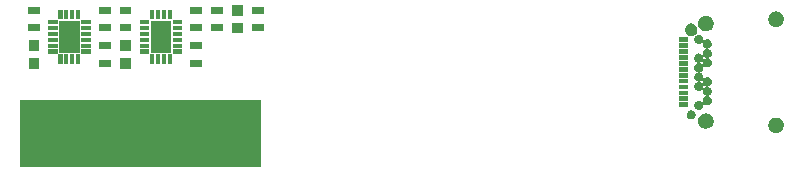
<source format=gts>
G04 #@! TF.FileFunction,Soldermask,Top*
%FSLAX46Y46*%
G04 Gerber Fmt 4.6, Leading zero omitted, Abs format (unit mm)*
G04 Created by KiCad (PCBNEW 4.0.7) date Wednesday, December 20, 2017 'AMt' 12:52:48 AM*
%MOMM*%
%LPD*%
G01*
G04 APERTURE LIST*
%ADD10C,0.100000*%
G04 APERTURE END LIST*
D10*
G36*
X20451000Y-51000D02*
X49000Y-51000D01*
X49000Y5651000D01*
X20451000Y5651000D01*
X20451000Y-51000D01*
X20451000Y-51000D01*
G37*
G36*
X64158627Y4162966D02*
X64284152Y4137200D01*
X64402278Y4087545D01*
X64508512Y4015889D01*
X64598799Y3924969D01*
X64669711Y3818238D01*
X64718540Y3699769D01*
X64743377Y3574333D01*
X64743377Y3574327D01*
X64743428Y3574069D01*
X64741385Y3427711D01*
X64741326Y3427452D01*
X64741326Y3427446D01*
X64712998Y3302759D01*
X64660878Y3185695D01*
X64587015Y3080988D01*
X64494223Y2992623D01*
X64386028Y2923960D01*
X64266561Y2877622D01*
X64140374Y2855372D01*
X64012258Y2858056D01*
X63887110Y2885572D01*
X63769688Y2936872D01*
X63664470Y3010000D01*
X63575457Y3102176D01*
X63506040Y3209889D01*
X63458870Y3329028D01*
X63435739Y3455059D01*
X63437528Y3583184D01*
X63464170Y3708525D01*
X63514651Y3826303D01*
X63587044Y3932032D01*
X63678596Y4021686D01*
X63785813Y4091847D01*
X63904627Y4139851D01*
X64030494Y4163862D01*
X64158627Y4162966D01*
X64158627Y4162966D01*
G37*
G36*
X58208627Y4522966D02*
X58334152Y4497200D01*
X58452278Y4447545D01*
X58558512Y4375889D01*
X58648799Y4284969D01*
X58719711Y4178238D01*
X58768540Y4059769D01*
X58793377Y3934333D01*
X58793377Y3934327D01*
X58793428Y3934069D01*
X58791385Y3787711D01*
X58791326Y3787452D01*
X58791326Y3787446D01*
X58762998Y3662759D01*
X58710878Y3545695D01*
X58637015Y3440988D01*
X58544223Y3352623D01*
X58436028Y3283960D01*
X58316561Y3237622D01*
X58190374Y3215372D01*
X58062258Y3218056D01*
X57937110Y3245572D01*
X57819688Y3296872D01*
X57714470Y3370000D01*
X57625457Y3462176D01*
X57556040Y3569889D01*
X57508870Y3689028D01*
X57485739Y3815059D01*
X57487528Y3943184D01*
X57514170Y4068525D01*
X57564651Y4186303D01*
X57637044Y4292032D01*
X57728596Y4381686D01*
X57835813Y4451847D01*
X57954627Y4499851D01*
X58080494Y4523862D01*
X58208627Y4522966D01*
X58208627Y4522966D01*
G37*
G36*
X56929492Y4775751D02*
X57001725Y4760924D01*
X57069701Y4732350D01*
X57130835Y4691114D01*
X57182789Y4638796D01*
X57223596Y4577377D01*
X57251695Y4509204D01*
X57265965Y4437133D01*
X57265965Y4437127D01*
X57266016Y4436869D01*
X57264840Y4352647D01*
X57264782Y4352392D01*
X57264782Y4352382D01*
X57248506Y4280738D01*
X57218516Y4213381D01*
X57176009Y4153123D01*
X57122611Y4102273D01*
X57060349Y4062761D01*
X56991604Y4036097D01*
X56918989Y4023293D01*
X56845262Y4024837D01*
X56773248Y4040670D01*
X56705673Y4070193D01*
X56645128Y4112273D01*
X56593905Y4165316D01*
X56553958Y4227301D01*
X56526816Y4295854D01*
X56513504Y4368389D01*
X56514533Y4442113D01*
X56529864Y4514241D01*
X56558914Y4582018D01*
X56600573Y4642860D01*
X56653257Y4694452D01*
X56714953Y4734825D01*
X56783327Y4762450D01*
X56855757Y4776267D01*
X56929492Y4775751D01*
X56929492Y4775751D01*
G37*
G36*
X57590688Y11187144D02*
X57665112Y11171867D01*
X57735151Y11142425D01*
X57798134Y11099943D01*
X57851668Y11046033D01*
X57893710Y10982755D01*
X57922661Y10912514D01*
X57937366Y10838251D01*
X57937366Y10838239D01*
X57937416Y10837986D01*
X57936204Y10751211D01*
X57936147Y10750961D01*
X57936147Y10750946D01*
X57931217Y10729249D01*
X57930327Y10718452D01*
X57932480Y10707834D01*
X57937506Y10698237D01*
X57945007Y10690420D01*
X57954388Y10685002D01*
X57964908Y10682412D01*
X57975732Y10682856D01*
X57986005Y10686297D01*
X57995697Y10693212D01*
X58006079Y10703379D01*
X58069646Y10744977D01*
X58140093Y10773439D01*
X58214719Y10787675D01*
X58290688Y10787144D01*
X58365112Y10771867D01*
X58435151Y10742425D01*
X58498134Y10699943D01*
X58551668Y10646033D01*
X58593710Y10582755D01*
X58622661Y10512514D01*
X58637366Y10438251D01*
X58637366Y10438239D01*
X58637416Y10437986D01*
X58636204Y10351211D01*
X58636147Y10350961D01*
X58636147Y10350945D01*
X58619376Y10277129D01*
X58588473Y10207719D01*
X58544680Y10145638D01*
X58489663Y10093246D01*
X58425514Y10052536D01*
X58383132Y10036097D01*
X58373683Y10030797D01*
X58366085Y10023075D01*
X58360939Y10013542D01*
X58358653Y10002952D01*
X58359408Y9992145D01*
X58363143Y9981975D01*
X58369564Y9973249D01*
X58382136Y9964711D01*
X58435150Y9942426D01*
X58498134Y9899943D01*
X58551668Y9846033D01*
X58593710Y9782755D01*
X58622661Y9712514D01*
X58637366Y9638251D01*
X58637366Y9638239D01*
X58637416Y9637986D01*
X58636204Y9551211D01*
X58636147Y9550961D01*
X58636147Y9550945D01*
X58619376Y9477129D01*
X58588473Y9407719D01*
X58544680Y9345638D01*
X58489663Y9293246D01*
X58425514Y9252536D01*
X58383132Y9236097D01*
X58373683Y9230797D01*
X58366085Y9223075D01*
X58360939Y9213542D01*
X58358653Y9202952D01*
X58359408Y9192145D01*
X58363143Y9181975D01*
X58369564Y9173249D01*
X58382136Y9164711D01*
X58435150Y9142426D01*
X58498134Y9099943D01*
X58551668Y9046033D01*
X58593710Y8982755D01*
X58622661Y8912514D01*
X58637366Y8838251D01*
X58637366Y8838239D01*
X58637416Y8837986D01*
X58636204Y8751211D01*
X58636147Y8750961D01*
X58636147Y8750945D01*
X58619376Y8677129D01*
X58588473Y8607719D01*
X58544680Y8545638D01*
X58489663Y8493246D01*
X58425513Y8452535D01*
X58354687Y8425064D01*
X58279867Y8411871D01*
X58203908Y8413462D01*
X58129705Y8429777D01*
X58060089Y8460191D01*
X57997702Y8503551D01*
X57996408Y8504891D01*
X57987861Y8511547D01*
X57977797Y8515559D01*
X57967015Y8516608D01*
X57956367Y8514612D01*
X57946696Y8509729D01*
X57938769Y8502344D01*
X57933213Y8493044D01*
X57930468Y8482564D01*
X57930947Y8470667D01*
X57937366Y8438250D01*
X57937366Y8438239D01*
X57937416Y8437986D01*
X57936204Y8351211D01*
X57936147Y8350961D01*
X57936147Y8350945D01*
X57919376Y8277129D01*
X57888473Y8207719D01*
X57844680Y8145638D01*
X57789663Y8093246D01*
X57725514Y8052536D01*
X57683132Y8036097D01*
X57673683Y8030797D01*
X57666085Y8023075D01*
X57660939Y8013542D01*
X57658653Y8002952D01*
X57659408Y7992145D01*
X57663143Y7981975D01*
X57669564Y7973249D01*
X57682136Y7964711D01*
X57735150Y7942426D01*
X57798134Y7899943D01*
X57851668Y7846033D01*
X57893710Y7782755D01*
X57922661Y7712514D01*
X57937366Y7638251D01*
X57937366Y7638239D01*
X57937416Y7637986D01*
X57936204Y7551211D01*
X57936147Y7550961D01*
X57936147Y7550946D01*
X57931217Y7529249D01*
X57930327Y7518452D01*
X57932480Y7507834D01*
X57937506Y7498237D01*
X57945007Y7490420D01*
X57954388Y7485002D01*
X57964908Y7482412D01*
X57975732Y7482856D01*
X57986005Y7486297D01*
X57995697Y7493212D01*
X58006079Y7503379D01*
X58069646Y7544977D01*
X58140093Y7573439D01*
X58214719Y7587675D01*
X58290688Y7587144D01*
X58365112Y7571867D01*
X58435151Y7542425D01*
X58498134Y7499943D01*
X58551668Y7446033D01*
X58593710Y7382755D01*
X58622661Y7312514D01*
X58637366Y7238251D01*
X58637366Y7238239D01*
X58637416Y7237986D01*
X58636204Y7151211D01*
X58636147Y7150961D01*
X58636147Y7150945D01*
X58619376Y7077129D01*
X58588473Y7007719D01*
X58544680Y6945638D01*
X58489663Y6893246D01*
X58425514Y6852536D01*
X58383132Y6836097D01*
X58373683Y6830797D01*
X58366085Y6823075D01*
X58360939Y6813542D01*
X58358653Y6802952D01*
X58359408Y6792145D01*
X58363143Y6781975D01*
X58369564Y6773249D01*
X58382136Y6764711D01*
X58435150Y6742426D01*
X58498134Y6699943D01*
X58551668Y6646033D01*
X58593710Y6582755D01*
X58622661Y6512514D01*
X58637366Y6438251D01*
X58637366Y6438239D01*
X58637416Y6437986D01*
X58636204Y6351211D01*
X58636147Y6350961D01*
X58636147Y6350945D01*
X58619376Y6277129D01*
X58588473Y6207719D01*
X58544680Y6145638D01*
X58489663Y6093246D01*
X58425514Y6052536D01*
X58383132Y6036097D01*
X58373683Y6030797D01*
X58366085Y6023075D01*
X58360939Y6013542D01*
X58358653Y6002952D01*
X58359408Y5992145D01*
X58363143Y5981975D01*
X58369564Y5973249D01*
X58382136Y5964711D01*
X58435150Y5942426D01*
X58498134Y5899943D01*
X58551668Y5846033D01*
X58593710Y5782755D01*
X58622661Y5712514D01*
X58637366Y5638251D01*
X58637366Y5638239D01*
X58637416Y5637986D01*
X58636204Y5551211D01*
X58636147Y5550961D01*
X58636147Y5550945D01*
X58619376Y5477129D01*
X58588473Y5407719D01*
X58544680Y5345638D01*
X58489663Y5293246D01*
X58425513Y5252535D01*
X58354687Y5225064D01*
X58279867Y5211871D01*
X58203908Y5213462D01*
X58129705Y5229777D01*
X58060089Y5260191D01*
X57997702Y5303551D01*
X57996408Y5304891D01*
X57987861Y5311547D01*
X57977797Y5315559D01*
X57967015Y5316608D01*
X57956367Y5314612D01*
X57946696Y5309729D01*
X57938769Y5302344D01*
X57933213Y5293044D01*
X57930468Y5282564D01*
X57930947Y5270667D01*
X57937366Y5238250D01*
X57937366Y5238239D01*
X57937416Y5237986D01*
X57936204Y5151211D01*
X57936147Y5150961D01*
X57936147Y5150945D01*
X57919376Y5077129D01*
X57888473Y5007719D01*
X57844680Y4945638D01*
X57789663Y4893246D01*
X57725513Y4852535D01*
X57654687Y4825064D01*
X57579867Y4811871D01*
X57503908Y4813462D01*
X57429705Y4829777D01*
X57360089Y4860191D01*
X57297702Y4903551D01*
X57244928Y4958201D01*
X57203769Y5022065D01*
X57175804Y5092697D01*
X57162089Y5167430D01*
X57163149Y5243389D01*
X57178946Y5317706D01*
X57208876Y5387537D01*
X57251798Y5450223D01*
X57306079Y5503379D01*
X57369646Y5544977D01*
X57440093Y5573439D01*
X57514719Y5587675D01*
X57590688Y5587144D01*
X57665112Y5571867D01*
X57735151Y5542425D01*
X57798134Y5499943D01*
X57804144Y5493891D01*
X57812783Y5487354D01*
X57822902Y5483483D01*
X57833698Y5482584D01*
X57844317Y5484728D01*
X57853919Y5489746D01*
X57861742Y5497240D01*
X57867168Y5506617D01*
X57869767Y5517135D01*
X57869331Y5527969D01*
X57862089Y5567430D01*
X57863149Y5643389D01*
X57878946Y5717706D01*
X57908876Y5787537D01*
X57951798Y5850223D01*
X58006079Y5903379D01*
X58069646Y5944977D01*
X58116773Y5964017D01*
X58126147Y5969448D01*
X58133637Y5977276D01*
X58138649Y5986880D01*
X58140787Y5997501D01*
X58139882Y6008297D01*
X58136005Y6018413D01*
X58129463Y6027048D01*
X58117764Y6034994D01*
X58060089Y6060191D01*
X57997702Y6103551D01*
X57944928Y6158201D01*
X57903769Y6222065D01*
X57875804Y6292697D01*
X57862089Y6367430D01*
X57863149Y6443390D01*
X57869227Y6471984D01*
X57869966Y6482792D01*
X57867664Y6493378D01*
X57862505Y6502904D01*
X57854896Y6510616D01*
X57845439Y6515902D01*
X57834885Y6518345D01*
X57824067Y6517750D01*
X57813844Y6514166D01*
X57805018Y6507869D01*
X57789663Y6493246D01*
X57725513Y6452535D01*
X57654687Y6425064D01*
X57579867Y6411871D01*
X57503908Y6413462D01*
X57429705Y6429777D01*
X57360089Y6460191D01*
X57297702Y6503551D01*
X57244928Y6558201D01*
X57203769Y6622065D01*
X57175804Y6692697D01*
X57171078Y6718452D01*
X57930327Y6718452D01*
X57932480Y6707834D01*
X57937506Y6698237D01*
X57945007Y6690420D01*
X57954388Y6685002D01*
X57964908Y6682412D01*
X57975732Y6682856D01*
X57986005Y6686297D01*
X57995697Y6693212D01*
X58006079Y6703379D01*
X58069646Y6744977D01*
X58116773Y6764017D01*
X58126147Y6769448D01*
X58133637Y6777276D01*
X58138649Y6786880D01*
X58140787Y6797501D01*
X58139882Y6808297D01*
X58136005Y6818413D01*
X58129463Y6827048D01*
X58117764Y6834994D01*
X58060089Y6860191D01*
X57997702Y6903551D01*
X57996408Y6904891D01*
X57987861Y6911547D01*
X57977797Y6915559D01*
X57967015Y6916608D01*
X57956367Y6914612D01*
X57946696Y6909729D01*
X57938769Y6902344D01*
X57933213Y6893044D01*
X57930468Y6882564D01*
X57930947Y6870667D01*
X57937366Y6838250D01*
X57937366Y6838239D01*
X57937416Y6837986D01*
X57936204Y6751211D01*
X57936147Y6750961D01*
X57936147Y6750946D01*
X57931217Y6729249D01*
X57930327Y6718452D01*
X57171078Y6718452D01*
X57162089Y6767430D01*
X57163149Y6843389D01*
X57178946Y6917706D01*
X57208876Y6987537D01*
X57251798Y7050223D01*
X57306079Y7103379D01*
X57369646Y7144977D01*
X57416773Y7164017D01*
X57426147Y7169448D01*
X57433637Y7177276D01*
X57438649Y7186880D01*
X57440787Y7197501D01*
X57440331Y7202952D01*
X57658653Y7202952D01*
X57659408Y7192145D01*
X57663143Y7181975D01*
X57669564Y7173249D01*
X57682136Y7164711D01*
X57735150Y7142426D01*
X57798134Y7099943D01*
X57804144Y7093891D01*
X57812783Y7087354D01*
X57822902Y7083483D01*
X57833698Y7082584D01*
X57844317Y7084728D01*
X57853919Y7089746D01*
X57861742Y7097240D01*
X57867168Y7106617D01*
X57869767Y7117135D01*
X57869331Y7127969D01*
X57862089Y7167430D01*
X57863149Y7243390D01*
X57869227Y7271984D01*
X57869966Y7282792D01*
X57867664Y7293378D01*
X57862505Y7302904D01*
X57854896Y7310616D01*
X57845439Y7315902D01*
X57834885Y7318345D01*
X57824067Y7317750D01*
X57813844Y7314166D01*
X57805018Y7307869D01*
X57789663Y7293246D01*
X57725514Y7252536D01*
X57683132Y7236097D01*
X57673683Y7230797D01*
X57666085Y7223075D01*
X57660939Y7213542D01*
X57658653Y7202952D01*
X57440331Y7202952D01*
X57439882Y7208297D01*
X57436005Y7218413D01*
X57429463Y7227048D01*
X57417764Y7234994D01*
X57360089Y7260191D01*
X57297702Y7303551D01*
X57244928Y7358201D01*
X57203769Y7422065D01*
X57175804Y7492697D01*
X57162089Y7567430D01*
X57163149Y7643389D01*
X57178946Y7717706D01*
X57208876Y7787537D01*
X57251798Y7850223D01*
X57306079Y7903379D01*
X57369646Y7944977D01*
X57416773Y7964017D01*
X57426147Y7969448D01*
X57433637Y7977276D01*
X57438649Y7986880D01*
X57440787Y7997501D01*
X57439882Y8008297D01*
X57436005Y8018413D01*
X57429463Y8027048D01*
X57417764Y8034994D01*
X57360089Y8060191D01*
X57297702Y8103551D01*
X57244928Y8158201D01*
X57203769Y8222065D01*
X57175804Y8292697D01*
X57162089Y8367430D01*
X57163149Y8443389D01*
X57178946Y8517706D01*
X57208876Y8587537D01*
X57251798Y8650223D01*
X57306079Y8703379D01*
X57369646Y8744977D01*
X57416773Y8764017D01*
X57426147Y8769448D01*
X57433637Y8777276D01*
X57438649Y8786880D01*
X57440787Y8797501D01*
X57440331Y8802952D01*
X57658653Y8802952D01*
X57659408Y8792145D01*
X57663143Y8781975D01*
X57669564Y8773249D01*
X57682136Y8764711D01*
X57735150Y8742426D01*
X57798134Y8699943D01*
X57804144Y8693891D01*
X57812783Y8687354D01*
X57822902Y8683483D01*
X57833698Y8682584D01*
X57844317Y8684728D01*
X57853919Y8689746D01*
X57861742Y8697240D01*
X57867168Y8706617D01*
X57869767Y8717135D01*
X57869331Y8727969D01*
X57862089Y8767430D01*
X57863149Y8843390D01*
X57869227Y8871984D01*
X57869966Y8882792D01*
X57867664Y8893378D01*
X57862505Y8902904D01*
X57854896Y8910616D01*
X57845439Y8915902D01*
X57834885Y8918345D01*
X57824067Y8917750D01*
X57813844Y8914166D01*
X57805018Y8907869D01*
X57789663Y8893246D01*
X57725514Y8852536D01*
X57683132Y8836097D01*
X57673683Y8830797D01*
X57666085Y8823075D01*
X57660939Y8813542D01*
X57658653Y8802952D01*
X57440331Y8802952D01*
X57439882Y8808297D01*
X57436005Y8818413D01*
X57429463Y8827048D01*
X57417764Y8834994D01*
X57360089Y8860191D01*
X57297702Y8903551D01*
X57244928Y8958201D01*
X57203769Y9022065D01*
X57175804Y9092697D01*
X57171078Y9118452D01*
X57930327Y9118452D01*
X57932480Y9107834D01*
X57937506Y9098237D01*
X57945007Y9090420D01*
X57954388Y9085002D01*
X57964908Y9082412D01*
X57975732Y9082856D01*
X57986005Y9086297D01*
X57995697Y9093212D01*
X58006079Y9103379D01*
X58069646Y9144977D01*
X58116773Y9164017D01*
X58126147Y9169448D01*
X58133637Y9177276D01*
X58138649Y9186880D01*
X58140787Y9197501D01*
X58139882Y9208297D01*
X58136005Y9218413D01*
X58129463Y9227048D01*
X58117764Y9234994D01*
X58060089Y9260191D01*
X57997702Y9303551D01*
X57996408Y9304891D01*
X57987861Y9311547D01*
X57977797Y9315559D01*
X57967015Y9316608D01*
X57956367Y9314612D01*
X57946696Y9309729D01*
X57938769Y9302344D01*
X57933213Y9293044D01*
X57930468Y9282564D01*
X57930947Y9270667D01*
X57937366Y9238250D01*
X57937366Y9238239D01*
X57937416Y9237986D01*
X57936204Y9151211D01*
X57936147Y9150961D01*
X57936147Y9150946D01*
X57931217Y9129249D01*
X57930327Y9118452D01*
X57171078Y9118452D01*
X57162089Y9167430D01*
X57163149Y9243389D01*
X57178946Y9317706D01*
X57208876Y9387537D01*
X57251798Y9450223D01*
X57306079Y9503379D01*
X57369646Y9544977D01*
X57440093Y9573439D01*
X57514719Y9587675D01*
X57590688Y9587144D01*
X57665112Y9571867D01*
X57735151Y9542425D01*
X57798134Y9499943D01*
X57804144Y9493891D01*
X57812783Y9487354D01*
X57822902Y9483483D01*
X57833698Y9482584D01*
X57844317Y9484728D01*
X57853919Y9489746D01*
X57861742Y9497240D01*
X57867168Y9506617D01*
X57869767Y9517135D01*
X57869331Y9527969D01*
X57862089Y9567430D01*
X57863149Y9643389D01*
X57878946Y9717706D01*
X57908876Y9787537D01*
X57951798Y9850223D01*
X58006079Y9903379D01*
X58069646Y9944977D01*
X58116773Y9964017D01*
X58126147Y9969448D01*
X58133637Y9977276D01*
X58138649Y9986880D01*
X58140787Y9997501D01*
X58139882Y10008297D01*
X58136005Y10018413D01*
X58129463Y10027048D01*
X58117764Y10034994D01*
X58060089Y10060191D01*
X57997702Y10103551D01*
X57944928Y10158201D01*
X57903769Y10222065D01*
X57875804Y10292697D01*
X57862089Y10367430D01*
X57863149Y10443390D01*
X57869227Y10471984D01*
X57869966Y10482792D01*
X57867664Y10493378D01*
X57862505Y10502904D01*
X57854896Y10510616D01*
X57845439Y10515902D01*
X57834885Y10518345D01*
X57824067Y10517750D01*
X57813844Y10514166D01*
X57805018Y10507869D01*
X57789663Y10493246D01*
X57725513Y10452535D01*
X57654687Y10425064D01*
X57579867Y10411871D01*
X57503908Y10413462D01*
X57429705Y10429777D01*
X57360089Y10460191D01*
X57297702Y10503551D01*
X57244928Y10558201D01*
X57203769Y10622065D01*
X57175804Y10692697D01*
X57162089Y10767430D01*
X57163149Y10843389D01*
X57178946Y10917706D01*
X57208876Y10987537D01*
X57251798Y11050223D01*
X57306079Y11103379D01*
X57369646Y11144977D01*
X57440093Y11173439D01*
X57514719Y11187675D01*
X57590688Y11187144D01*
X57590688Y11187144D01*
G37*
G36*
X56631000Y5049000D02*
X55829000Y5049000D01*
X55829000Y5451000D01*
X56631000Y5451000D01*
X56631000Y5049000D01*
X56631000Y5049000D01*
G37*
G36*
X56631000Y5549000D02*
X55829000Y5549000D01*
X55829000Y5951000D01*
X56631000Y5951000D01*
X56631000Y5549000D01*
X56631000Y5549000D01*
G37*
G36*
X56631000Y6049000D02*
X55829000Y6049000D01*
X55829000Y6451000D01*
X56631000Y6451000D01*
X56631000Y6049000D01*
X56631000Y6049000D01*
G37*
G36*
X56631000Y6549000D02*
X55829000Y6549000D01*
X55829000Y6951000D01*
X56631000Y6951000D01*
X56631000Y6549000D01*
X56631000Y6549000D01*
G37*
G36*
X56631000Y7049000D02*
X55829000Y7049000D01*
X55829000Y7451000D01*
X56631000Y7451000D01*
X56631000Y7049000D01*
X56631000Y7049000D01*
G37*
G36*
X56631000Y7549000D02*
X55829000Y7549000D01*
X55829000Y7951000D01*
X56631000Y7951000D01*
X56631000Y7549000D01*
X56631000Y7549000D01*
G37*
G36*
X56631000Y8049000D02*
X55829000Y8049000D01*
X55829000Y8451000D01*
X56631000Y8451000D01*
X56631000Y8049000D01*
X56631000Y8049000D01*
G37*
G36*
X9449780Y8300920D02*
X8550220Y8300920D01*
X8550220Y9200480D01*
X9449780Y9200480D01*
X9449780Y8300920D01*
X9449780Y8300920D01*
G37*
G36*
X1699780Y8300920D02*
X800220Y8300920D01*
X800220Y9200480D01*
X1699780Y9200480D01*
X1699780Y8300920D01*
X1699780Y8300920D01*
G37*
G36*
X15501000Y8449000D02*
X14499000Y8449000D01*
X14499000Y9051000D01*
X15501000Y9051000D01*
X15501000Y8449000D01*
X15501000Y8449000D01*
G37*
G36*
X7751000Y8449000D02*
X6749000Y8449000D01*
X6749000Y9051000D01*
X7751000Y9051000D01*
X7751000Y8449000D01*
X7751000Y8449000D01*
G37*
G36*
X56631000Y8549000D02*
X55829000Y8549000D01*
X55829000Y8951000D01*
X56631000Y8951000D01*
X56631000Y8549000D01*
X56631000Y8549000D01*
G37*
G36*
X3676000Y8699000D02*
X3324000Y8699000D01*
X3324000Y9501000D01*
X3676000Y9501000D01*
X3676000Y8699000D01*
X3676000Y8699000D01*
G37*
G36*
X4176000Y8699000D02*
X3824000Y8699000D01*
X3824000Y9501000D01*
X4176000Y9501000D01*
X4176000Y8699000D01*
X4176000Y8699000D01*
G37*
G36*
X4676000Y8699000D02*
X4324000Y8699000D01*
X4324000Y9501000D01*
X4676000Y9501000D01*
X4676000Y8699000D01*
X4676000Y8699000D01*
G37*
G36*
X5176000Y8699000D02*
X4824000Y8699000D01*
X4824000Y9501000D01*
X5176000Y9501000D01*
X5176000Y8699000D01*
X5176000Y8699000D01*
G37*
G36*
X11426000Y8699000D02*
X11074000Y8699000D01*
X11074000Y9501000D01*
X11426000Y9501000D01*
X11426000Y8699000D01*
X11426000Y8699000D01*
G37*
G36*
X11926000Y8699000D02*
X11574000Y8699000D01*
X11574000Y9501000D01*
X11926000Y9501000D01*
X11926000Y8699000D01*
X11926000Y8699000D01*
G37*
G36*
X12426000Y8699000D02*
X12074000Y8699000D01*
X12074000Y9501000D01*
X12426000Y9501000D01*
X12426000Y8699000D01*
X12426000Y8699000D01*
G37*
G36*
X12926000Y8699000D02*
X12574000Y8699000D01*
X12574000Y9501000D01*
X12926000Y9501000D01*
X12926000Y8699000D01*
X12926000Y8699000D01*
G37*
G36*
X56631000Y9049000D02*
X55829000Y9049000D01*
X55829000Y9451000D01*
X56631000Y9451000D01*
X56631000Y9049000D01*
X56631000Y9049000D01*
G37*
G36*
X56631000Y9549000D02*
X55829000Y9549000D01*
X55829000Y9951000D01*
X56631000Y9951000D01*
X56631000Y9549000D01*
X56631000Y9549000D01*
G37*
G36*
X11001000Y9574000D02*
X10199000Y9574000D01*
X10199000Y9926000D01*
X11001000Y9926000D01*
X11001000Y9574000D01*
X11001000Y9574000D01*
G37*
G36*
X13801000Y9574000D02*
X12999000Y9574000D01*
X12999000Y9926000D01*
X13801000Y9926000D01*
X13801000Y9574000D01*
X13801000Y9574000D01*
G37*
G36*
X3251000Y9574000D02*
X2449000Y9574000D01*
X2449000Y9926000D01*
X3251000Y9926000D01*
X3251000Y9574000D01*
X3251000Y9574000D01*
G37*
G36*
X6051000Y9574000D02*
X5249000Y9574000D01*
X5249000Y9926000D01*
X6051000Y9926000D01*
X6051000Y9574000D01*
X6051000Y9574000D01*
G37*
G36*
X5126000Y9624000D02*
X3374000Y9624000D01*
X3374000Y12376000D01*
X5126000Y12376000D01*
X5126000Y9624000D01*
X5126000Y9624000D01*
G37*
G36*
X12876000Y9624000D02*
X11124000Y9624000D01*
X11124000Y12376000D01*
X12876000Y12376000D01*
X12876000Y9624000D01*
X12876000Y9624000D01*
G37*
G36*
X1699780Y9799520D02*
X800220Y9799520D01*
X800220Y10699080D01*
X1699780Y10699080D01*
X1699780Y9799520D01*
X1699780Y9799520D01*
G37*
G36*
X9449780Y9799520D02*
X8550220Y9799520D01*
X8550220Y10699080D01*
X9449780Y10699080D01*
X9449780Y9799520D01*
X9449780Y9799520D01*
G37*
G36*
X15501000Y9949000D02*
X14499000Y9949000D01*
X14499000Y10551000D01*
X15501000Y10551000D01*
X15501000Y9949000D01*
X15501000Y9949000D01*
G37*
G36*
X7751000Y9949000D02*
X6749000Y9949000D01*
X6749000Y10551000D01*
X7751000Y10551000D01*
X7751000Y9949000D01*
X7751000Y9949000D01*
G37*
G36*
X56631000Y10049000D02*
X55829000Y10049000D01*
X55829000Y10451000D01*
X56631000Y10451000D01*
X56631000Y10049000D01*
X56631000Y10049000D01*
G37*
G36*
X6051000Y10074000D02*
X5249000Y10074000D01*
X5249000Y10426000D01*
X6051000Y10426000D01*
X6051000Y10074000D01*
X6051000Y10074000D01*
G37*
G36*
X3251000Y10074000D02*
X2449000Y10074000D01*
X2449000Y10426000D01*
X3251000Y10426000D01*
X3251000Y10074000D01*
X3251000Y10074000D01*
G37*
G36*
X13801000Y10074000D02*
X12999000Y10074000D01*
X12999000Y10426000D01*
X13801000Y10426000D01*
X13801000Y10074000D01*
X13801000Y10074000D01*
G37*
G36*
X11001000Y10074000D02*
X10199000Y10074000D01*
X10199000Y10426000D01*
X11001000Y10426000D01*
X11001000Y10074000D01*
X11001000Y10074000D01*
G37*
G36*
X56631000Y10549000D02*
X55829000Y10549000D01*
X55829000Y10951000D01*
X56631000Y10951000D01*
X56631000Y10549000D01*
X56631000Y10549000D01*
G37*
G36*
X13801000Y10574000D02*
X12999000Y10574000D01*
X12999000Y10926000D01*
X13801000Y10926000D01*
X13801000Y10574000D01*
X13801000Y10574000D01*
G37*
G36*
X11001000Y10574000D02*
X10199000Y10574000D01*
X10199000Y10926000D01*
X11001000Y10926000D01*
X11001000Y10574000D01*
X11001000Y10574000D01*
G37*
G36*
X6051000Y10574000D02*
X5249000Y10574000D01*
X5249000Y10926000D01*
X6051000Y10926000D01*
X6051000Y10574000D01*
X6051000Y10574000D01*
G37*
G36*
X3251000Y10574000D02*
X2449000Y10574000D01*
X2449000Y10926000D01*
X3251000Y10926000D01*
X3251000Y10574000D01*
X3251000Y10574000D01*
G37*
G36*
X56945247Y12125651D02*
X57046296Y12104909D01*
X57141390Y12064935D01*
X57226909Y12007252D01*
X57299594Y11934057D01*
X57356679Y11848137D01*
X57395987Y11752768D01*
X57415971Y11651841D01*
X57415971Y11651835D01*
X57416022Y11651577D01*
X57414377Y11533756D01*
X57414319Y11533501D01*
X57414319Y11533491D01*
X57391525Y11433165D01*
X57349569Y11338931D01*
X57290106Y11254637D01*
X57215406Y11183500D01*
X57128308Y11128226D01*
X57032137Y11090924D01*
X56930552Y11073012D01*
X56827416Y11075172D01*
X56726671Y11097322D01*
X56632140Y11138622D01*
X56547440Y11197490D01*
X56475783Y11271694D01*
X56419900Y11358405D01*
X56381928Y11454314D01*
X56363307Y11555771D01*
X56364747Y11658914D01*
X56386195Y11759817D01*
X56426833Y11854631D01*
X56485111Y11939744D01*
X56558812Y12011918D01*
X56645122Y12068397D01*
X56740773Y12107043D01*
X56842096Y12126372D01*
X56945247Y12125651D01*
X56945247Y12125651D01*
G37*
G36*
X3251000Y11074000D02*
X2449000Y11074000D01*
X2449000Y11426000D01*
X3251000Y11426000D01*
X3251000Y11074000D01*
X3251000Y11074000D01*
G37*
G36*
X13801000Y11074000D02*
X12999000Y11074000D01*
X12999000Y11426000D01*
X13801000Y11426000D01*
X13801000Y11074000D01*
X13801000Y11074000D01*
G37*
G36*
X11001000Y11074000D02*
X10199000Y11074000D01*
X10199000Y11426000D01*
X11001000Y11426000D01*
X11001000Y11074000D01*
X11001000Y11074000D01*
G37*
G36*
X6051000Y11074000D02*
X5249000Y11074000D01*
X5249000Y11426000D01*
X6051000Y11426000D01*
X6051000Y11074000D01*
X6051000Y11074000D01*
G37*
G36*
X18949780Y11300920D02*
X18050220Y11300920D01*
X18050220Y12200480D01*
X18949780Y12200480D01*
X18949780Y11300920D01*
X18949780Y11300920D01*
G37*
G36*
X17251000Y11449000D02*
X16249000Y11449000D01*
X16249000Y12051000D01*
X17251000Y12051000D01*
X17251000Y11449000D01*
X17251000Y11449000D01*
G37*
G36*
X20751000Y11449000D02*
X19749000Y11449000D01*
X19749000Y12051000D01*
X20751000Y12051000D01*
X20751000Y11449000D01*
X20751000Y11449000D01*
G37*
G36*
X7751000Y11449000D02*
X6749000Y11449000D01*
X6749000Y12051000D01*
X7751000Y12051000D01*
X7751000Y11449000D01*
X7751000Y11449000D01*
G37*
G36*
X1751000Y11449000D02*
X749000Y11449000D01*
X749000Y12051000D01*
X1751000Y12051000D01*
X1751000Y11449000D01*
X1751000Y11449000D01*
G37*
G36*
X15501000Y11449000D02*
X14499000Y11449000D01*
X14499000Y12051000D01*
X15501000Y12051000D01*
X15501000Y11449000D01*
X15501000Y11449000D01*
G37*
G36*
X9501000Y11449000D02*
X8499000Y11449000D01*
X8499000Y12051000D01*
X9501000Y12051000D01*
X9501000Y11449000D01*
X9501000Y11449000D01*
G37*
G36*
X58208627Y12782966D02*
X58334152Y12757200D01*
X58452278Y12707545D01*
X58558512Y12635889D01*
X58648799Y12544969D01*
X58719711Y12438238D01*
X58768540Y12319769D01*
X58793377Y12194333D01*
X58793377Y12194327D01*
X58793428Y12194069D01*
X58791385Y12047711D01*
X58791326Y12047452D01*
X58791326Y12047446D01*
X58762998Y11922759D01*
X58710878Y11805695D01*
X58637015Y11700988D01*
X58544223Y11612623D01*
X58436028Y11543960D01*
X58316561Y11497622D01*
X58190374Y11475372D01*
X58062258Y11478056D01*
X57937110Y11505572D01*
X57819688Y11556872D01*
X57714470Y11630000D01*
X57625457Y11722176D01*
X57556040Y11829889D01*
X57508870Y11949028D01*
X57485739Y12075059D01*
X57487528Y12203184D01*
X57514170Y12328525D01*
X57564651Y12446303D01*
X57637044Y12552032D01*
X57728596Y12641686D01*
X57835813Y12711847D01*
X57954627Y12759851D01*
X58080494Y12783862D01*
X58208627Y12782966D01*
X58208627Y12782966D01*
G37*
G36*
X13801000Y11574000D02*
X12999000Y11574000D01*
X12999000Y11926000D01*
X13801000Y11926000D01*
X13801000Y11574000D01*
X13801000Y11574000D01*
G37*
G36*
X6051000Y11574000D02*
X5249000Y11574000D01*
X5249000Y11926000D01*
X6051000Y11926000D01*
X6051000Y11574000D01*
X6051000Y11574000D01*
G37*
G36*
X11001000Y11574000D02*
X10199000Y11574000D01*
X10199000Y11926000D01*
X11001000Y11926000D01*
X11001000Y11574000D01*
X11001000Y11574000D01*
G37*
G36*
X3251000Y11574000D02*
X2449000Y11574000D01*
X2449000Y11926000D01*
X3251000Y11926000D01*
X3251000Y11574000D01*
X3251000Y11574000D01*
G37*
G36*
X64158627Y13142966D02*
X64284152Y13117200D01*
X64402278Y13067545D01*
X64508512Y12995889D01*
X64598799Y12904969D01*
X64669711Y12798238D01*
X64718540Y12679769D01*
X64743377Y12554333D01*
X64743377Y12554327D01*
X64743428Y12554069D01*
X64741385Y12407711D01*
X64741326Y12407452D01*
X64741326Y12407446D01*
X64712998Y12282759D01*
X64660878Y12165695D01*
X64587015Y12060988D01*
X64494223Y11972623D01*
X64386028Y11903960D01*
X64266561Y11857622D01*
X64140374Y11835372D01*
X64012258Y11838056D01*
X63887110Y11865572D01*
X63769688Y11916872D01*
X63664470Y11990000D01*
X63575457Y12082176D01*
X63506040Y12189889D01*
X63458870Y12309028D01*
X63435739Y12435059D01*
X63437528Y12563184D01*
X63464170Y12688525D01*
X63514651Y12806303D01*
X63587044Y12912032D01*
X63678596Y13001686D01*
X63785813Y13071847D01*
X63904627Y13119851D01*
X64030494Y13143862D01*
X64158627Y13142966D01*
X64158627Y13142966D01*
G37*
G36*
X11001000Y12074000D02*
X10199000Y12074000D01*
X10199000Y12426000D01*
X11001000Y12426000D01*
X11001000Y12074000D01*
X11001000Y12074000D01*
G37*
G36*
X13801000Y12074000D02*
X12999000Y12074000D01*
X12999000Y12426000D01*
X13801000Y12426000D01*
X13801000Y12074000D01*
X13801000Y12074000D01*
G37*
G36*
X3251000Y12074000D02*
X2449000Y12074000D01*
X2449000Y12426000D01*
X3251000Y12426000D01*
X3251000Y12074000D01*
X3251000Y12074000D01*
G37*
G36*
X6051000Y12074000D02*
X5249000Y12074000D01*
X5249000Y12426000D01*
X6051000Y12426000D01*
X6051000Y12074000D01*
X6051000Y12074000D01*
G37*
G36*
X5176000Y12499000D02*
X4824000Y12499000D01*
X4824000Y13301000D01*
X5176000Y13301000D01*
X5176000Y12499000D01*
X5176000Y12499000D01*
G37*
G36*
X4676000Y12499000D02*
X4324000Y12499000D01*
X4324000Y13301000D01*
X4676000Y13301000D01*
X4676000Y12499000D01*
X4676000Y12499000D01*
G37*
G36*
X4176000Y12499000D02*
X3824000Y12499000D01*
X3824000Y13301000D01*
X4176000Y13301000D01*
X4176000Y12499000D01*
X4176000Y12499000D01*
G37*
G36*
X3676000Y12499000D02*
X3324000Y12499000D01*
X3324000Y13301000D01*
X3676000Y13301000D01*
X3676000Y12499000D01*
X3676000Y12499000D01*
G37*
G36*
X11926000Y12499000D02*
X11574000Y12499000D01*
X11574000Y13301000D01*
X11926000Y13301000D01*
X11926000Y12499000D01*
X11926000Y12499000D01*
G37*
G36*
X11426000Y12499000D02*
X11074000Y12499000D01*
X11074000Y13301000D01*
X11426000Y13301000D01*
X11426000Y12499000D01*
X11426000Y12499000D01*
G37*
G36*
X12426000Y12499000D02*
X12074000Y12499000D01*
X12074000Y13301000D01*
X12426000Y13301000D01*
X12426000Y12499000D01*
X12426000Y12499000D01*
G37*
G36*
X12926000Y12499000D02*
X12574000Y12499000D01*
X12574000Y13301000D01*
X12926000Y13301000D01*
X12926000Y12499000D01*
X12926000Y12499000D01*
G37*
G36*
X18949780Y12799520D02*
X18050220Y12799520D01*
X18050220Y13699080D01*
X18949780Y13699080D01*
X18949780Y12799520D01*
X18949780Y12799520D01*
G37*
G36*
X20751000Y12949000D02*
X19749000Y12949000D01*
X19749000Y13551000D01*
X20751000Y13551000D01*
X20751000Y12949000D01*
X20751000Y12949000D01*
G37*
G36*
X17251000Y12949000D02*
X16249000Y12949000D01*
X16249000Y13551000D01*
X17251000Y13551000D01*
X17251000Y12949000D01*
X17251000Y12949000D01*
G37*
G36*
X15501000Y12949000D02*
X14499000Y12949000D01*
X14499000Y13551000D01*
X15501000Y13551000D01*
X15501000Y12949000D01*
X15501000Y12949000D01*
G37*
G36*
X9501000Y12949000D02*
X8499000Y12949000D01*
X8499000Y13551000D01*
X9501000Y13551000D01*
X9501000Y12949000D01*
X9501000Y12949000D01*
G37*
G36*
X7751000Y12949000D02*
X6749000Y12949000D01*
X6749000Y13551000D01*
X7751000Y13551000D01*
X7751000Y12949000D01*
X7751000Y12949000D01*
G37*
G36*
X1751000Y12949000D02*
X749000Y12949000D01*
X749000Y13551000D01*
X1751000Y13551000D01*
X1751000Y12949000D01*
X1751000Y12949000D01*
G37*
M02*

</source>
